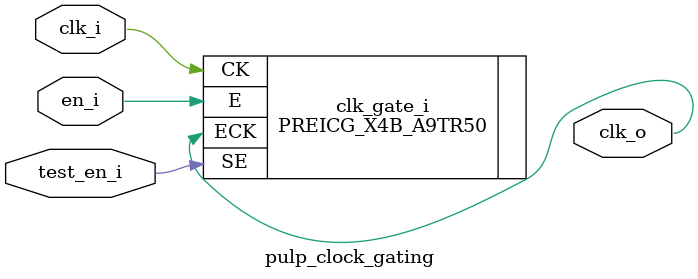
<source format=sv>
module pulp_clock_gating
(
    input  logic clk_i,
    input  logic en_i,
    input  logic test_en_i,
    output logic clk_o
);

    PREICG_X4B_A9TR50 clk_gate_i
    (
        .ECK(clk_o),
        .CK(clk_i),
        .E(en_i),
        .SE(test_en_i)
    );

endmodule

</source>
